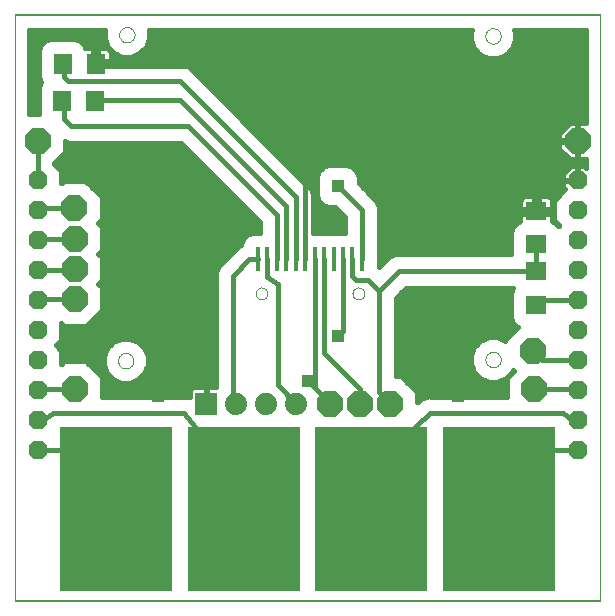
<source format=gtl>
G75*
G70*
%OFA0B0*%
%FSLAX24Y24*%
%IPPOS*%
%LPD*%
%AMOC8*
5,1,8,0,0,1.08239X$1,22.5*
%
%ADD10C,0.0000*%
%ADD11R,0.3750X0.5500*%
%ADD12R,0.0157X0.0787*%
%ADD13R,0.0630X0.0709*%
%ADD14OC8,0.0630*%
%ADD15R,0.0710X0.0630*%
%ADD16R,0.0709X0.0630*%
%ADD17C,0.0276*%
%ADD18OC8,0.0850*%
%ADD19R,0.0740X0.0740*%
%ADD20C,0.0740*%
%ADD21C,0.0160*%
%ADD22R,0.0436X0.0436*%
%ADD23C,0.0240*%
D10*
X000736Y000100D02*
X000736Y019663D01*
X020252Y019663D01*
X020252Y000100D01*
X000736Y000100D01*
X000750Y000128D02*
X000750Y019628D01*
X020250Y019628D01*
X020250Y000128D01*
X000750Y000128D01*
X004181Y008120D02*
X004183Y008151D01*
X004189Y008182D01*
X004198Y008212D01*
X004211Y008241D01*
X004228Y008268D01*
X004248Y008292D01*
X004270Y008314D01*
X004296Y008333D01*
X004323Y008349D01*
X004352Y008361D01*
X004382Y008370D01*
X004413Y008375D01*
X004445Y008376D01*
X004476Y008373D01*
X004507Y008366D01*
X004537Y008356D01*
X004565Y008342D01*
X004591Y008324D01*
X004615Y008304D01*
X004636Y008280D01*
X004655Y008255D01*
X004670Y008227D01*
X004681Y008198D01*
X004689Y008167D01*
X004693Y008136D01*
X004693Y008104D01*
X004689Y008073D01*
X004681Y008042D01*
X004670Y008013D01*
X004655Y007985D01*
X004636Y007960D01*
X004615Y007936D01*
X004591Y007916D01*
X004565Y007898D01*
X004537Y007884D01*
X004507Y007874D01*
X004476Y007867D01*
X004445Y007864D01*
X004413Y007865D01*
X004382Y007870D01*
X004352Y007879D01*
X004323Y007891D01*
X004296Y007907D01*
X004270Y007926D01*
X004248Y007948D01*
X004228Y007972D01*
X004211Y007999D01*
X004198Y008028D01*
X004189Y008058D01*
X004183Y008089D01*
X004181Y008120D01*
X008768Y010364D02*
X008770Y010391D01*
X008776Y010418D01*
X008785Y010444D01*
X008798Y010468D01*
X008814Y010491D01*
X008833Y010510D01*
X008855Y010527D01*
X008879Y010541D01*
X008904Y010551D01*
X008931Y010558D01*
X008958Y010561D01*
X008986Y010560D01*
X009013Y010555D01*
X009039Y010547D01*
X009063Y010535D01*
X009086Y010519D01*
X009107Y010501D01*
X009124Y010480D01*
X009139Y010456D01*
X009150Y010431D01*
X009158Y010405D01*
X009162Y010378D01*
X009162Y010350D01*
X009158Y010323D01*
X009150Y010297D01*
X009139Y010272D01*
X009124Y010248D01*
X009107Y010227D01*
X009086Y010209D01*
X009064Y010193D01*
X009039Y010181D01*
X009013Y010173D01*
X008986Y010168D01*
X008958Y010167D01*
X008931Y010170D01*
X008904Y010177D01*
X008879Y010187D01*
X008855Y010201D01*
X008833Y010218D01*
X008814Y010237D01*
X008798Y010260D01*
X008785Y010284D01*
X008776Y010310D01*
X008770Y010337D01*
X008768Y010364D01*
X011996Y010364D02*
X011998Y010391D01*
X012004Y010418D01*
X012013Y010444D01*
X012026Y010468D01*
X012042Y010491D01*
X012061Y010510D01*
X012083Y010527D01*
X012107Y010541D01*
X012132Y010551D01*
X012159Y010558D01*
X012186Y010561D01*
X012214Y010560D01*
X012241Y010555D01*
X012267Y010547D01*
X012291Y010535D01*
X012314Y010519D01*
X012335Y010501D01*
X012352Y010480D01*
X012367Y010456D01*
X012378Y010431D01*
X012386Y010405D01*
X012390Y010378D01*
X012390Y010350D01*
X012386Y010323D01*
X012378Y010297D01*
X012367Y010272D01*
X012352Y010248D01*
X012335Y010227D01*
X012314Y010209D01*
X012292Y010193D01*
X012267Y010181D01*
X012241Y010173D01*
X012214Y010168D01*
X012186Y010167D01*
X012159Y010170D01*
X012132Y010177D01*
X012107Y010187D01*
X012083Y010201D01*
X012061Y010218D01*
X012042Y010237D01*
X012026Y010260D01*
X012013Y010284D01*
X012004Y010310D01*
X011998Y010337D01*
X011996Y010364D01*
X016425Y008159D02*
X016427Y008190D01*
X016433Y008221D01*
X016442Y008251D01*
X016455Y008280D01*
X016472Y008307D01*
X016492Y008331D01*
X016514Y008353D01*
X016540Y008372D01*
X016567Y008388D01*
X016596Y008400D01*
X016626Y008409D01*
X016657Y008414D01*
X016689Y008415D01*
X016720Y008412D01*
X016751Y008405D01*
X016781Y008395D01*
X016809Y008381D01*
X016835Y008363D01*
X016859Y008343D01*
X016880Y008319D01*
X016899Y008294D01*
X016914Y008266D01*
X016925Y008237D01*
X016933Y008206D01*
X016937Y008175D01*
X016937Y008143D01*
X016933Y008112D01*
X016925Y008081D01*
X016914Y008052D01*
X016899Y008024D01*
X016880Y007999D01*
X016859Y007975D01*
X016835Y007955D01*
X016809Y007937D01*
X016781Y007923D01*
X016751Y007913D01*
X016720Y007906D01*
X016689Y007903D01*
X016657Y007904D01*
X016626Y007909D01*
X016596Y007918D01*
X016567Y007930D01*
X016540Y007946D01*
X016514Y007965D01*
X016492Y007987D01*
X016472Y008011D01*
X016455Y008038D01*
X016442Y008067D01*
X016433Y008097D01*
X016427Y008128D01*
X016425Y008159D01*
X016425Y018946D02*
X016427Y018977D01*
X016433Y019008D01*
X016442Y019038D01*
X016455Y019067D01*
X016472Y019094D01*
X016492Y019118D01*
X016514Y019140D01*
X016540Y019159D01*
X016567Y019175D01*
X016596Y019187D01*
X016626Y019196D01*
X016657Y019201D01*
X016689Y019202D01*
X016720Y019199D01*
X016751Y019192D01*
X016781Y019182D01*
X016809Y019168D01*
X016835Y019150D01*
X016859Y019130D01*
X016880Y019106D01*
X016899Y019081D01*
X016914Y019053D01*
X016925Y019024D01*
X016933Y018993D01*
X016937Y018962D01*
X016937Y018930D01*
X016933Y018899D01*
X016925Y018868D01*
X016914Y018839D01*
X016899Y018811D01*
X016880Y018786D01*
X016859Y018762D01*
X016835Y018742D01*
X016809Y018724D01*
X016781Y018710D01*
X016751Y018700D01*
X016720Y018693D01*
X016689Y018690D01*
X016657Y018691D01*
X016626Y018696D01*
X016596Y018705D01*
X016567Y018717D01*
X016540Y018733D01*
X016514Y018752D01*
X016492Y018774D01*
X016472Y018798D01*
X016455Y018825D01*
X016442Y018854D01*
X016433Y018884D01*
X016427Y018915D01*
X016425Y018946D01*
X004220Y018986D02*
X004222Y019017D01*
X004228Y019048D01*
X004237Y019078D01*
X004250Y019107D01*
X004267Y019134D01*
X004287Y019158D01*
X004309Y019180D01*
X004335Y019199D01*
X004362Y019215D01*
X004391Y019227D01*
X004421Y019236D01*
X004452Y019241D01*
X004484Y019242D01*
X004515Y019239D01*
X004546Y019232D01*
X004576Y019222D01*
X004604Y019208D01*
X004630Y019190D01*
X004654Y019170D01*
X004675Y019146D01*
X004694Y019121D01*
X004709Y019093D01*
X004720Y019064D01*
X004728Y019033D01*
X004732Y019002D01*
X004732Y018970D01*
X004728Y018939D01*
X004720Y018908D01*
X004709Y018879D01*
X004694Y018851D01*
X004675Y018826D01*
X004654Y018802D01*
X004630Y018782D01*
X004604Y018764D01*
X004576Y018750D01*
X004546Y018740D01*
X004515Y018733D01*
X004484Y018730D01*
X004452Y018731D01*
X004421Y018736D01*
X004391Y018745D01*
X004362Y018757D01*
X004335Y018773D01*
X004309Y018792D01*
X004287Y018814D01*
X004267Y018838D01*
X004250Y018865D01*
X004237Y018894D01*
X004228Y018924D01*
X004222Y018955D01*
X004220Y018986D01*
D11*
X004125Y003193D03*
X008375Y003193D03*
X012625Y003193D03*
X016875Y003193D03*
D12*
X012311Y011506D03*
X011996Y011506D03*
X011681Y011506D03*
X011366Y011506D03*
X011051Y011506D03*
X010736Y011506D03*
X010421Y011506D03*
X010106Y011506D03*
X009791Y011506D03*
X009476Y011506D03*
X009161Y011506D03*
X008846Y011506D03*
D13*
X003429Y016773D03*
X002327Y016773D03*
X002335Y018021D03*
X003437Y018021D03*
D14*
X001500Y014128D03*
X001500Y013128D03*
X001500Y012128D03*
X001500Y011128D03*
X001500Y010128D03*
X001500Y009128D03*
X001500Y008128D03*
X001500Y007128D03*
X001500Y006128D03*
X001500Y005128D03*
X019500Y005128D03*
X019500Y006128D03*
X019500Y007128D03*
X019500Y008128D03*
X019500Y009128D03*
X019500Y010128D03*
X019500Y011128D03*
X019500Y012128D03*
X019500Y013128D03*
X019500Y014128D03*
D15*
X018112Y011101D03*
X018112Y009981D03*
D16*
X018121Y012002D03*
X018121Y013104D03*
D17*
X016592Y004305D03*
X012311Y004292D03*
X008036Y004292D03*
X003737Y004305D03*
D18*
X002750Y007193D03*
X002750Y010193D03*
X002750Y011193D03*
X002750Y012193D03*
X002729Y013199D03*
X001500Y015443D03*
X011250Y006693D03*
X012250Y006693D03*
X013250Y006693D03*
X018039Y007179D03*
X018000Y008443D03*
X019500Y015443D03*
D19*
X007125Y006693D03*
D20*
X008125Y006693D03*
X009125Y006693D03*
X010125Y006693D03*
D21*
X009500Y007318D01*
X009500Y010693D01*
X009161Y010906D01*
X009161Y011506D01*
X008846Y011506D02*
X008563Y011506D01*
X008000Y010943D01*
X008000Y006818D01*
X008125Y006693D01*
X007440Y007243D02*
X007145Y007243D01*
X007145Y006713D01*
X007105Y006713D01*
X007105Y007243D01*
X006731Y007243D01*
X006686Y007230D01*
X006644Y007207D01*
X006611Y007173D01*
X006587Y007132D01*
X006575Y007086D01*
X006575Y006899D01*
X006559Y006908D01*
X006527Y006911D01*
X006497Y006924D01*
X006417Y006924D01*
X006338Y006933D01*
X006307Y006924D01*
X003655Y006924D01*
X003655Y007567D01*
X003125Y008098D01*
X002375Y008098D01*
X002295Y008017D01*
X002295Y008457D01*
X002124Y008628D01*
X002295Y008798D01*
X002295Y009368D01*
X002375Y009288D01*
X003125Y009288D01*
X003655Y009818D01*
X003655Y010567D01*
X003530Y010693D01*
X003655Y010818D01*
X003655Y011567D01*
X003530Y011693D01*
X003655Y011818D01*
X003655Y012567D01*
X003516Y012706D01*
X003634Y012825D01*
X003634Y013574D01*
X003104Y014104D01*
X002354Y014104D01*
X002295Y014045D01*
X002295Y014457D01*
X002060Y014692D01*
X002060Y014723D01*
X002405Y015068D01*
X002405Y015428D01*
X002514Y015383D01*
X006268Y015383D01*
X008916Y012734D01*
X008916Y012379D01*
X008672Y012379D01*
X008496Y012306D01*
X008361Y012171D01*
X008289Y011998D01*
X008246Y011980D01*
X007683Y011417D01*
X007525Y011260D01*
X007440Y011054D01*
X007440Y007243D01*
X007440Y007392D02*
X004603Y007392D01*
X004583Y007384D02*
X004854Y007496D01*
X005061Y007703D01*
X005173Y007973D01*
X005173Y008266D01*
X005061Y008537D01*
X004854Y008744D01*
X004583Y008856D01*
X004291Y008856D01*
X004020Y008744D01*
X003813Y008537D01*
X003701Y008266D01*
X003701Y007973D01*
X003813Y007703D01*
X004020Y007496D01*
X004291Y007384D01*
X004583Y007384D01*
X004271Y007392D02*
X003655Y007392D01*
X003655Y007234D02*
X006698Y007234D01*
X006575Y007075D02*
X003655Y007075D01*
X003655Y007551D02*
X003965Y007551D01*
X003811Y007709D02*
X003513Y007709D01*
X003355Y007868D02*
X003745Y007868D01*
X003701Y008026D02*
X003196Y008026D01*
X003701Y008185D02*
X002295Y008185D01*
X002295Y008343D02*
X003733Y008343D01*
X003799Y008502D02*
X002250Y008502D01*
X002157Y008660D02*
X003937Y008660D01*
X004201Y008819D02*
X002295Y008819D01*
X002295Y008977D02*
X007440Y008977D01*
X007440Y008819D02*
X004673Y008819D01*
X004937Y008660D02*
X007440Y008660D01*
X007440Y008502D02*
X005075Y008502D01*
X005141Y008343D02*
X007440Y008343D01*
X007440Y008185D02*
X005173Y008185D01*
X005173Y008026D02*
X007440Y008026D01*
X007440Y007868D02*
X005129Y007868D01*
X005063Y007709D02*
X007440Y007709D01*
X007440Y007551D02*
X004909Y007551D01*
X006515Y006917D02*
X006575Y006917D01*
X007105Y006917D02*
X007145Y006917D01*
X007145Y007075D02*
X007105Y007075D01*
X007105Y007234D02*
X007145Y007234D01*
X007145Y006758D02*
X007105Y006758D01*
X006386Y006364D02*
X008036Y004292D01*
X006386Y006364D02*
X002000Y006364D01*
X001685Y006128D01*
X001500Y006128D01*
X001500Y007128D02*
X001565Y007193D01*
X002750Y007193D01*
X002304Y008026D02*
X002295Y008026D01*
X002295Y009136D02*
X007440Y009136D01*
X007440Y009294D02*
X003131Y009294D01*
X003290Y009453D02*
X007440Y009453D01*
X007440Y009611D02*
X003448Y009611D01*
X003607Y009770D02*
X007440Y009770D01*
X007440Y009928D02*
X003655Y009928D01*
X003655Y010087D02*
X007440Y010087D01*
X007440Y010245D02*
X003655Y010245D01*
X003655Y010404D02*
X007440Y010404D01*
X007440Y010562D02*
X003655Y010562D01*
X003558Y010721D02*
X007440Y010721D01*
X007440Y010879D02*
X003655Y010879D01*
X003655Y011038D02*
X007440Y011038D01*
X007499Y011196D02*
X003655Y011196D01*
X003655Y011355D02*
X007620Y011355D01*
X007779Y011513D02*
X003655Y011513D01*
X003551Y011672D02*
X007937Y011672D01*
X008096Y011830D02*
X003655Y011830D01*
X003655Y011989D02*
X008266Y011989D01*
X008351Y012147D02*
X003655Y012147D01*
X003655Y012306D02*
X008495Y012306D01*
X008916Y012464D02*
X003655Y012464D01*
X003600Y012623D02*
X008916Y012623D01*
X008870Y012781D02*
X003591Y012781D01*
X003634Y012940D02*
X008711Y012940D01*
X008553Y013098D02*
X003634Y013098D01*
X003634Y013257D02*
X008394Y013257D01*
X008236Y013415D02*
X003634Y013415D01*
X003634Y013574D02*
X008077Y013574D01*
X007919Y013732D02*
X003477Y013732D01*
X003318Y013891D02*
X007760Y013891D01*
X007602Y014049D02*
X003160Y014049D01*
X002299Y014049D02*
X002295Y014049D01*
X002295Y014208D02*
X007443Y014208D01*
X007285Y014366D02*
X002295Y014366D01*
X002227Y014525D02*
X007126Y014525D01*
X006968Y014683D02*
X002069Y014683D01*
X002179Y014842D02*
X006809Y014842D01*
X006651Y015000D02*
X002337Y015000D01*
X002405Y015159D02*
X006492Y015159D01*
X006334Y015317D02*
X002405Y015317D01*
X002625Y015943D02*
X002375Y016193D01*
X002375Y016725D01*
X002327Y016773D01*
X002500Y017443D02*
X002375Y017568D01*
X002375Y017981D01*
X002335Y018021D01*
X002500Y017443D02*
X006250Y017443D01*
X010106Y013586D01*
X010106Y011506D01*
X009791Y011506D02*
X009791Y013276D01*
X006250Y016818D01*
X003473Y016818D01*
X003429Y016773D01*
X002625Y015943D02*
X006500Y015943D01*
X009476Y012966D01*
X009476Y011506D01*
X010421Y011506D02*
X010421Y014021D01*
X006500Y017943D01*
X003516Y017943D01*
X003437Y018021D01*
X003514Y018012D02*
X019770Y018012D01*
X019770Y018170D02*
X003932Y018170D01*
X003932Y018099D02*
X003932Y018399D01*
X003920Y018445D01*
X003896Y018486D01*
X003862Y018520D01*
X003821Y018543D01*
X003776Y018556D01*
X003514Y018556D01*
X003514Y018099D01*
X003360Y018099D01*
X003360Y018556D01*
X003098Y018556D01*
X003095Y018555D01*
X003057Y018647D01*
X002922Y018783D01*
X002745Y018856D01*
X001924Y018856D01*
X001748Y018783D01*
X001613Y018647D01*
X001540Y018471D01*
X001540Y017571D01*
X001609Y017404D01*
X001605Y017399D01*
X001532Y017223D01*
X001532Y016348D01*
X001230Y016348D01*
X001230Y019148D01*
X003747Y019148D01*
X003740Y019132D01*
X003740Y018839D01*
X003853Y018569D01*
X004060Y018362D01*
X004330Y018250D01*
X004623Y018250D01*
X004893Y018362D01*
X005100Y018569D01*
X005212Y018839D01*
X005212Y019132D01*
X005206Y019148D01*
X015968Y019148D01*
X015945Y019093D01*
X015945Y018800D01*
X016057Y018530D01*
X016264Y018323D01*
X016535Y018211D01*
X016827Y018211D01*
X017098Y018323D01*
X017305Y018530D01*
X017417Y018800D01*
X017417Y019093D01*
X017394Y019148D01*
X019770Y019148D01*
X019770Y016028D01*
X019751Y016048D01*
X019520Y016048D01*
X019520Y015463D01*
X019480Y015463D01*
X019480Y016048D01*
X019249Y016048D01*
X018895Y015693D01*
X018895Y015463D01*
X019480Y015463D01*
X019480Y015423D01*
X018895Y015423D01*
X018895Y015192D01*
X019249Y014838D01*
X019480Y014838D01*
X019480Y015423D01*
X019520Y015423D01*
X019520Y014838D01*
X019751Y014838D01*
X019770Y014857D01*
X019770Y014558D01*
X019705Y014623D01*
X019510Y014623D01*
X019510Y014138D01*
X019490Y014138D01*
X019490Y014623D01*
X019295Y014623D01*
X019005Y014333D01*
X019005Y014138D01*
X019490Y014138D01*
X019490Y014118D01*
X019005Y014118D01*
X019005Y013923D01*
X019088Y013840D01*
X018705Y013457D01*
X018705Y012798D01*
X018876Y012628D01*
X018859Y012611D01*
X018747Y012723D01*
X018654Y012762D01*
X018655Y012765D01*
X018655Y013026D01*
X018199Y013026D01*
X018199Y013181D01*
X018655Y013181D01*
X018655Y013443D01*
X018643Y013488D01*
X018619Y013529D01*
X018586Y013563D01*
X018545Y013587D01*
X018499Y013599D01*
X018199Y013599D01*
X018199Y013181D01*
X018044Y013181D01*
X018044Y013026D01*
X017587Y013026D01*
X017587Y012765D01*
X017588Y012762D01*
X017495Y012723D01*
X017360Y012588D01*
X017287Y012412D01*
X017287Y011661D01*
X013422Y011661D01*
X013216Y011576D01*
X012875Y011234D01*
X012870Y011240D01*
X012870Y011391D01*
X012871Y011394D01*
X012871Y013243D01*
X012786Y013449D01*
X012198Y014037D01*
X012198Y014256D01*
X012125Y014432D01*
X011990Y014567D01*
X011813Y014640D01*
X011187Y014640D01*
X011010Y014567D01*
X010875Y014432D01*
X010802Y014256D01*
X010802Y013629D01*
X010875Y013453D01*
X011010Y013318D01*
X011187Y013245D01*
X011406Y013245D01*
X011751Y012900D01*
X011751Y012379D01*
X010666Y012379D01*
X010666Y013698D01*
X010581Y013903D01*
X006725Y017760D01*
X006567Y017917D01*
X006361Y018003D01*
X003514Y018003D01*
X003514Y018099D01*
X003932Y018099D01*
X003932Y018329D02*
X004140Y018329D01*
X003934Y018487D02*
X003895Y018487D01*
X003821Y018646D02*
X003057Y018646D01*
X002870Y018804D02*
X003755Y018804D01*
X003740Y018963D02*
X001230Y018963D01*
X001230Y019121D02*
X003740Y019121D01*
X003514Y018487D02*
X003360Y018487D01*
X003360Y018329D02*
X003514Y018329D01*
X003514Y018170D02*
X003360Y018170D01*
X004813Y018329D02*
X016258Y018329D01*
X016100Y018487D02*
X005018Y018487D01*
X005132Y018646D02*
X016009Y018646D01*
X015945Y018804D02*
X005198Y018804D01*
X005212Y018963D02*
X015945Y018963D01*
X015957Y019121D02*
X005212Y019121D01*
X006631Y017853D02*
X019770Y017853D01*
X019770Y017695D02*
X006790Y017695D01*
X006948Y017536D02*
X019770Y017536D01*
X019770Y017378D02*
X007107Y017378D01*
X007265Y017219D02*
X019770Y017219D01*
X019770Y017061D02*
X007424Y017061D01*
X007582Y016902D02*
X019770Y016902D01*
X019770Y016744D02*
X007741Y016744D01*
X007899Y016585D02*
X019770Y016585D01*
X019770Y016427D02*
X008058Y016427D01*
X008216Y016268D02*
X019770Y016268D01*
X019770Y016110D02*
X008375Y016110D01*
X008533Y015951D02*
X019153Y015951D01*
X018994Y015793D02*
X008692Y015793D01*
X008850Y015634D02*
X018895Y015634D01*
X018895Y015476D02*
X009009Y015476D01*
X009167Y015317D02*
X018895Y015317D01*
X018928Y015159D02*
X009326Y015159D01*
X009484Y015000D02*
X019087Y015000D01*
X019245Y014842D02*
X009643Y014842D01*
X009801Y014683D02*
X019770Y014683D01*
X019755Y014842D02*
X019770Y014842D01*
X019520Y014842D02*
X019480Y014842D01*
X019480Y015000D02*
X019520Y015000D01*
X019520Y015159D02*
X019480Y015159D01*
X019480Y015317D02*
X019520Y015317D01*
X019520Y015476D02*
X019480Y015476D01*
X019480Y015634D02*
X019520Y015634D01*
X019520Y015793D02*
X019480Y015793D01*
X019480Y015951D02*
X019520Y015951D01*
X019490Y014525D02*
X019510Y014525D01*
X019510Y014366D02*
X019490Y014366D01*
X019490Y014208D02*
X019510Y014208D01*
X019197Y014525D02*
X012032Y014525D01*
X012152Y014366D02*
X019038Y014366D01*
X019005Y014208D02*
X012198Y014208D01*
X012198Y014049D02*
X019005Y014049D01*
X019037Y013891D02*
X012344Y013891D01*
X012502Y013732D02*
X018980Y013732D01*
X018822Y013574D02*
X018568Y013574D01*
X018655Y013415D02*
X018705Y013415D01*
X018705Y013257D02*
X018655Y013257D01*
X018705Y013098D02*
X018199Y013098D01*
X018044Y013098D02*
X012871Y013098D01*
X012871Y012940D02*
X017587Y012940D01*
X017587Y012781D02*
X012871Y012781D01*
X012871Y012623D02*
X017394Y012623D01*
X017308Y012464D02*
X012871Y012464D01*
X012871Y012306D02*
X017287Y012306D01*
X017287Y012147D02*
X012871Y012147D01*
X012871Y011989D02*
X017287Y011989D01*
X017287Y011830D02*
X012871Y011830D01*
X012871Y011672D02*
X017287Y011672D01*
X018000Y011943D02*
X018112Y011830D01*
X018112Y011101D01*
X013533Y011101D01*
X012875Y010443D01*
X012875Y007068D01*
X013250Y006693D01*
X013830Y007392D02*
X017134Y007392D01*
X017098Y007535D02*
X017305Y007742D01*
X017339Y007824D01*
X017372Y007791D01*
X017134Y007554D01*
X017134Y006924D01*
X014600Y006924D01*
X014502Y006928D01*
X014489Y006924D01*
X014475Y006924D01*
X014384Y006886D01*
X014292Y006853D01*
X014282Y006844D01*
X014269Y006839D01*
X014200Y006769D01*
X014155Y006728D01*
X014155Y007067D01*
X013625Y007598D01*
X013435Y007598D01*
X013435Y010211D01*
X013765Y010541D01*
X017339Y010541D01*
X017277Y010392D01*
X017277Y009571D01*
X017350Y009394D01*
X017485Y009259D01*
X017522Y009244D01*
X017095Y008817D01*
X017095Y008784D01*
X016827Y008895D01*
X016535Y008895D01*
X016264Y008783D01*
X016057Y008576D01*
X015945Y008305D01*
X015945Y008013D01*
X016057Y007742D01*
X016264Y007535D01*
X016535Y007423D01*
X016827Y007423D01*
X017098Y007535D01*
X017113Y007551D02*
X017134Y007551D01*
X017272Y007709D02*
X017290Y007709D01*
X017134Y007234D02*
X013989Y007234D01*
X014147Y007075D02*
X017134Y007075D01*
X018028Y007191D02*
X018039Y007179D01*
X019449Y007179D01*
X019500Y007128D01*
X019000Y006364D02*
X014587Y006364D01*
X012311Y004292D01*
X012250Y006693D02*
X012250Y007193D01*
X011051Y008391D01*
X011051Y011506D01*
X010736Y011506D02*
X010736Y007206D01*
X010500Y007443D01*
X010736Y007206D02*
X011250Y006693D01*
X013435Y007709D02*
X016090Y007709D01*
X016005Y007868D02*
X013435Y007868D01*
X013435Y008026D02*
X015945Y008026D01*
X015945Y008185D02*
X013435Y008185D01*
X013435Y008343D02*
X015961Y008343D01*
X016026Y008502D02*
X013435Y008502D01*
X013435Y008660D02*
X016141Y008660D01*
X016350Y008819D02*
X013435Y008819D01*
X013435Y008977D02*
X017255Y008977D01*
X017413Y009136D02*
X013435Y009136D01*
X013435Y009294D02*
X017451Y009294D01*
X017326Y009453D02*
X013435Y009453D01*
X013435Y009611D02*
X017277Y009611D01*
X017277Y009770D02*
X013435Y009770D01*
X013435Y009928D02*
X017277Y009928D01*
X017277Y010087D02*
X013435Y010087D01*
X013469Y010245D02*
X017277Y010245D01*
X017282Y010404D02*
X013628Y010404D01*
X012875Y010443D02*
X012500Y010818D01*
X012125Y010818D01*
X011996Y010946D01*
X011996Y011506D01*
X011681Y011506D02*
X011681Y009124D01*
X011500Y008943D01*
X013672Y007551D02*
X016249Y007551D01*
X015500Y006943D02*
X015000Y007443D01*
X015000Y009943D01*
X013154Y011513D02*
X012871Y011513D01*
X012870Y011355D02*
X012995Y011355D01*
X012311Y011506D02*
X012311Y013131D01*
X011500Y013943D01*
X010802Y013891D02*
X010586Y013891D01*
X010652Y013732D02*
X010802Y013732D01*
X010825Y013574D02*
X010666Y013574D01*
X010666Y013415D02*
X010913Y013415D01*
X011158Y013257D02*
X010666Y013257D01*
X010666Y013098D02*
X011553Y013098D01*
X011711Y012940D02*
X010666Y012940D01*
X010666Y012781D02*
X011751Y012781D01*
X011751Y012623D02*
X010666Y012623D01*
X010666Y012464D02*
X011751Y012464D01*
X012800Y013415D02*
X017587Y013415D01*
X017587Y013443D02*
X017587Y013181D01*
X018044Y013181D01*
X018044Y013599D01*
X017743Y013599D01*
X017697Y013587D01*
X017656Y013563D01*
X017623Y013529D01*
X017599Y013488D01*
X017587Y013443D01*
X017675Y013574D02*
X012661Y013574D01*
X012865Y013257D02*
X017587Y013257D01*
X018044Y013257D02*
X018199Y013257D01*
X018199Y013415D02*
X018044Y013415D01*
X018044Y013574D02*
X018199Y013574D01*
X018655Y012940D02*
X018705Y012940D01*
X018722Y012781D02*
X018655Y012781D01*
X018848Y012623D02*
X018871Y012623D01*
X018121Y012002D02*
X018059Y012002D01*
X018000Y011943D01*
X018259Y010128D02*
X018112Y009981D01*
X018259Y010128D02*
X019500Y010128D01*
X018000Y008443D02*
X018315Y008128D01*
X019500Y008128D01*
X019000Y006364D02*
X019315Y006128D01*
X019500Y006128D01*
X019500Y005128D02*
X018539Y005128D01*
X016592Y004305D01*
X014188Y006758D02*
X014155Y006758D01*
X014155Y006917D02*
X014458Y006917D01*
X017012Y008819D02*
X017096Y008819D01*
X010802Y014049D02*
X010435Y014049D01*
X010277Y014208D02*
X010802Y014208D01*
X010848Y014366D02*
X010118Y014366D01*
X009960Y014525D02*
X010968Y014525D01*
X017104Y018329D02*
X019770Y018329D01*
X019770Y018487D02*
X017262Y018487D01*
X017353Y018646D02*
X019770Y018646D01*
X019770Y018804D02*
X017417Y018804D01*
X017417Y018963D02*
X019770Y018963D01*
X019770Y019121D02*
X017405Y019121D01*
X002729Y013199D02*
X001572Y013199D01*
X001500Y013128D01*
X001565Y012193D02*
X001500Y012128D01*
X001565Y012193D02*
X002750Y012193D01*
X002750Y011193D02*
X002685Y011128D01*
X001500Y011128D01*
X001565Y010193D02*
X001500Y010128D01*
X001565Y010193D02*
X002750Y010193D01*
X002369Y009294D02*
X002295Y009294D01*
X002539Y005128D02*
X001500Y005128D01*
X002539Y005128D02*
X003737Y004305D01*
X001500Y014128D02*
X001500Y015443D01*
X001532Y016427D02*
X001230Y016427D01*
X001230Y016585D02*
X001532Y016585D01*
X001532Y016744D02*
X001230Y016744D01*
X001230Y016902D02*
X001532Y016902D01*
X001532Y017061D02*
X001230Y017061D01*
X001230Y017219D02*
X001532Y017219D01*
X001596Y017378D02*
X001230Y017378D01*
X001230Y017536D02*
X001554Y017536D01*
X001540Y017695D02*
X001230Y017695D01*
X001230Y017853D02*
X001540Y017853D01*
X001540Y018012D02*
X001230Y018012D01*
X001230Y018170D02*
X001540Y018170D01*
X001540Y018329D02*
X001230Y018329D01*
X001230Y018487D02*
X001546Y018487D01*
X001612Y018646D02*
X001230Y018646D01*
X001230Y018804D02*
X001800Y018804D01*
D22*
X005000Y014943D03*
X006000Y014943D03*
X005500Y011443D03*
X006500Y010443D03*
X005500Y006943D03*
X010500Y007443D03*
X011500Y008943D03*
X014000Y009443D03*
X015000Y009943D03*
X015500Y007943D03*
X015500Y006943D03*
X011500Y013943D03*
X011500Y017443D03*
X014500Y017943D03*
X015000Y014943D03*
D23*
X001638Y009269D02*
X001484Y009116D01*
X001488Y009116D01*
X001500Y009128D01*
M02*

</source>
